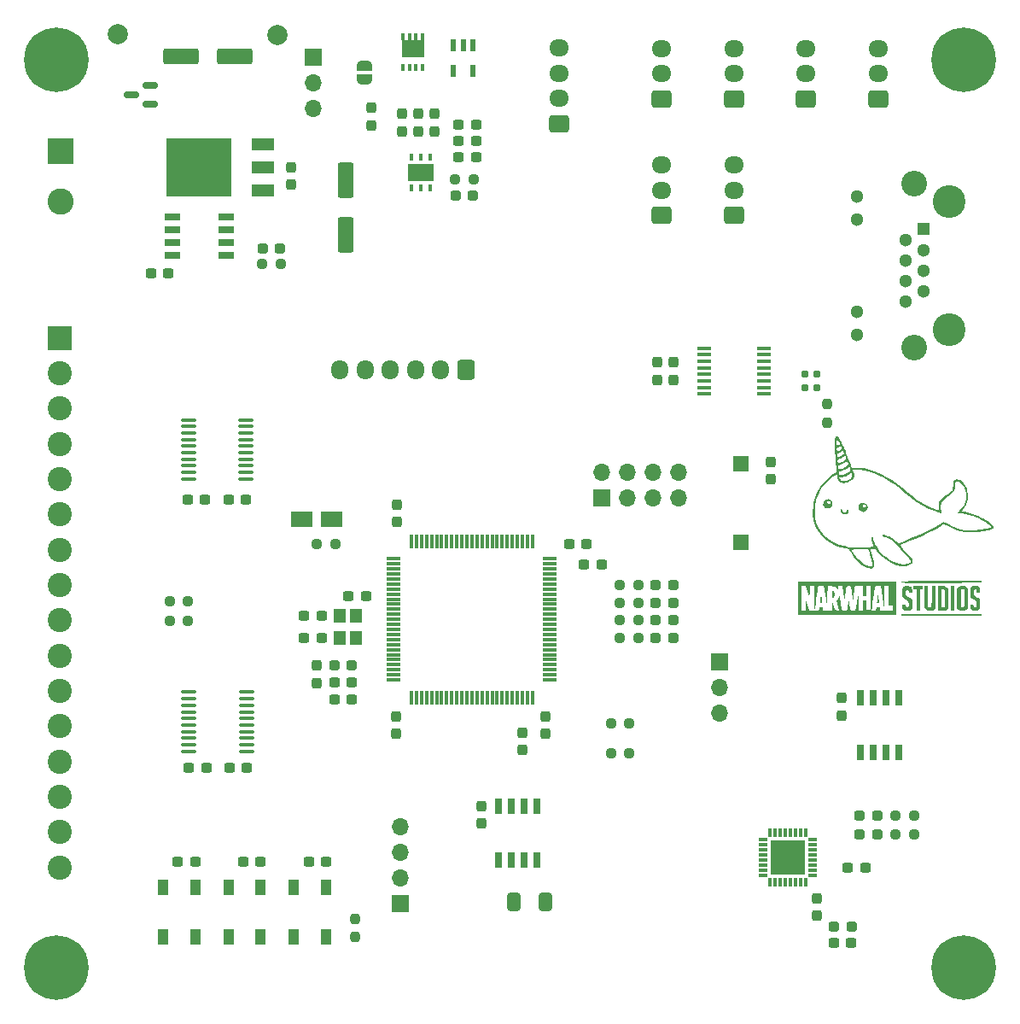
<source format=gbr>
%TF.GenerationSoftware,KiCad,Pcbnew,(6.0.0)*%
%TF.CreationDate,2022-01-23T23:40:48+07:00*%
%TF.ProjectId,NarwhelMainV2,4e617277-6865-46c4-9d61-696e56322e6b,rev?*%
%TF.SameCoordinates,Original*%
%TF.FileFunction,Soldermask,Top*%
%TF.FilePolarity,Negative*%
%FSLAX46Y46*%
G04 Gerber Fmt 4.6, Leading zero omitted, Abs format (unit mm)*
G04 Created by KiCad (PCBNEW (6.0.0)) date 2022-01-23 23:40:48*
%MOMM*%
%LPD*%
G01*
G04 APERTURE LIST*
G04 Aperture macros list*
%AMRoundRect*
0 Rectangle with rounded corners*
0 $1 Rounding radius*
0 $2 $3 $4 $5 $6 $7 $8 $9 X,Y pos of 4 corners*
0 Add a 4 corners polygon primitive as box body*
4,1,4,$2,$3,$4,$5,$6,$7,$8,$9,$2,$3,0*
0 Add four circle primitives for the rounded corners*
1,1,$1+$1,$2,$3*
1,1,$1+$1,$4,$5*
1,1,$1+$1,$6,$7*
1,1,$1+$1,$8,$9*
0 Add four rect primitives between the rounded corners*
20,1,$1+$1,$2,$3,$4,$5,0*
20,1,$1+$1,$4,$5,$6,$7,0*
20,1,$1+$1,$6,$7,$8,$9,0*
20,1,$1+$1,$8,$9,$2,$3,0*%
%AMFreePoly0*
4,1,22,0.500000,-0.750000,0.000000,-0.750000,0.000000,-0.745033,-0.079941,-0.743568,-0.215256,-0.701293,-0.333266,-0.622738,-0.424486,-0.514219,-0.481581,-0.384460,-0.499164,-0.250000,-0.500000,-0.250000,-0.500000,0.250000,-0.499164,0.250000,-0.499963,0.256109,-0.478152,0.396186,-0.417904,0.524511,-0.324060,0.630769,-0.204165,0.706417,-0.067858,0.745374,0.000000,0.744959,0.000000,0.750000,
0.500000,0.750000,0.500000,-0.750000,0.500000,-0.750000,$1*%
%AMFreePoly1*
4,1,20,0.000000,0.744959,0.073905,0.744508,0.209726,0.703889,0.328688,0.626782,0.421226,0.519385,0.479903,0.390333,0.500000,0.250000,0.500000,-0.250000,0.499851,-0.262216,0.476331,-0.402017,0.414519,-0.529596,0.319384,-0.634700,0.198574,-0.708877,0.061801,-0.746166,0.000000,-0.745033,0.000000,-0.750000,-0.500000,-0.750000,-0.500000,0.750000,0.000000,0.750000,0.000000,0.744959,
0.000000,0.744959,$1*%
%AMFreePoly2*
4,1,6,1.000000,0.000000,0.500000,-0.750000,-0.500000,-0.750000,-0.500000,0.750000,0.500000,0.750000,1.000000,0.000000,1.000000,0.000000,$1*%
G04 Aperture macros list end*
%ADD10RoundRect,0.237500X-0.237500X0.300000X-0.237500X-0.300000X0.237500X-0.300000X0.237500X0.300000X0*%
%ADD11RoundRect,0.237500X-0.300000X-0.237500X0.300000X-0.237500X0.300000X0.237500X-0.300000X0.237500X0*%
%ADD12RoundRect,0.237500X-0.250000X-0.237500X0.250000X-0.237500X0.250000X0.237500X-0.250000X0.237500X0*%
%ADD13RoundRect,0.250000X0.725000X-0.600000X0.725000X0.600000X-0.725000X0.600000X-0.725000X-0.600000X0*%
%ADD14O,1.950000X1.700000*%
%ADD15RoundRect,0.237500X0.250000X0.237500X-0.250000X0.237500X-0.250000X-0.237500X0.250000X-0.237500X0*%
%ADD16RoundRect,0.237500X0.300000X0.237500X-0.300000X0.237500X-0.300000X-0.237500X0.300000X-0.237500X0*%
%ADD17RoundRect,0.160000X-0.197500X-0.160000X0.197500X-0.160000X0.197500X0.160000X-0.197500X0.160000X0*%
%ADD18R,1.700000X1.700000*%
%ADD19O,1.700000X1.700000*%
%ADD20R,0.650000X1.500000*%
%ADD21C,0.800000*%
%ADD22C,6.400000*%
%ADD23R,2.400000X2.400000*%
%ADD24C,2.400000*%
%ADD25R,2.600000X2.600000*%
%ADD26C,2.600000*%
%ADD27RoundRect,0.237500X-0.287500X-0.237500X0.287500X-0.237500X0.287500X0.237500X-0.287500X0.237500X0*%
%ADD28RoundRect,0.237500X0.237500X-0.300000X0.237500X0.300000X-0.237500X0.300000X-0.237500X-0.300000X0*%
%ADD29R,1.200000X1.400000*%
%ADD30RoundRect,0.250000X1.500000X0.550000X-1.500000X0.550000X-1.500000X-0.550000X1.500000X-0.550000X0*%
%ADD31R,0.850000X0.300000*%
%ADD32R,0.300000X0.850000*%
%ADD33R,3.400000X3.400000*%
%ADD34C,3.250000*%
%ADD35R,1.300000X1.300000*%
%ADD36C,1.300000*%
%ADD37C,2.550000*%
%ADD38RoundRect,0.237500X0.287500X0.237500X-0.287500X0.237500X-0.287500X-0.237500X0.287500X-0.237500X0*%
%ADD39R,1.500000X0.650000*%
%ADD40R,0.600000X1.200000*%
%ADD41RoundRect,0.250000X0.600000X0.725000X-0.600000X0.725000X-0.600000X-0.725000X0.600000X-0.725000X0*%
%ADD42O,1.700000X1.950000*%
%ADD43FreePoly0,270.000000*%
%ADD44FreePoly1,270.000000*%
%ADD45C,2.000000*%
%ADD46R,0.300000X0.800000*%
%ADD47R,2.500000X1.750000*%
%ADD48R,1.000000X1.500000*%
%ADD49R,1.500000X1.500000*%
%ADD50FreePoly2,0.000000*%
%ADD51FreePoly2,180.000000*%
%ADD52RoundRect,0.100000X0.637500X0.100000X-0.637500X0.100000X-0.637500X-0.100000X0.637500X-0.100000X0*%
%ADD53R,0.340000X0.800000*%
%ADD54R,0.340000X0.650000*%
%ADD55R,2.290000X1.710000*%
%ADD56R,1.475000X0.450000*%
%ADD57RoundRect,0.250000X-0.412500X-0.650000X0.412500X-0.650000X0.412500X0.650000X-0.412500X0.650000X0*%
%ADD58RoundRect,0.237500X0.237500X-0.250000X0.237500X0.250000X-0.237500X0.250000X-0.237500X-0.250000X0*%
%ADD59RoundRect,0.237500X-0.237500X0.250000X-0.237500X-0.250000X0.237500X-0.250000X0.237500X0.250000X0*%
%ADD60R,1.475000X0.300000*%
%ADD61R,0.300000X1.475000*%
%ADD62RoundRect,0.237500X-0.237500X0.287500X-0.237500X-0.287500X0.237500X-0.287500X0.237500X0.287500X0*%
%ADD63RoundRect,0.250000X-0.550000X1.500000X-0.550000X-1.500000X0.550000X-1.500000X0.550000X1.500000X0*%
%ADD64R,2.200000X1.200000*%
%ADD65R,6.400000X5.800000*%
%ADD66RoundRect,0.150000X0.587500X0.150000X-0.587500X0.150000X-0.587500X-0.150000X0.587500X-0.150000X0*%
G04 APERTURE END LIST*
%TO.C,G\u002A\u002A\u002A*%
G36*
X196753755Y-101884848D02*
G01*
X192771140Y-101892918D01*
X192180504Y-101894051D01*
X191650252Y-101894908D01*
X191177190Y-101895457D01*
X190758123Y-101895666D01*
X190389855Y-101895504D01*
X190069192Y-101894939D01*
X189792940Y-101893939D01*
X189557903Y-101892472D01*
X189360887Y-101890508D01*
X189198697Y-101888013D01*
X189068138Y-101884957D01*
X188966015Y-101881307D01*
X188889134Y-101877032D01*
X188834299Y-101872100D01*
X188798317Y-101866480D01*
X188777992Y-101860139D01*
X188770179Y-101853181D01*
X188764273Y-101781320D01*
X188770132Y-101757689D01*
X188778310Y-101750623D01*
X188799259Y-101744279D01*
X188836163Y-101738619D01*
X188892209Y-101733605D01*
X188970581Y-101729199D01*
X189074466Y-101725365D01*
X189207047Y-101722062D01*
X189371512Y-101719255D01*
X189571044Y-101716904D01*
X189808831Y-101714973D01*
X190088056Y-101713422D01*
X190411905Y-101712215D01*
X190783565Y-101711314D01*
X191206219Y-101710680D01*
X191683054Y-101710275D01*
X192217255Y-101710063D01*
X192781151Y-101710004D01*
X196773873Y-101710004D01*
X196753755Y-101884848D01*
G37*
G36*
X186490640Y-102982684D02*
G01*
X186502286Y-103059256D01*
X186517045Y-103174219D01*
X186530505Y-103290699D01*
X186548100Y-103445596D01*
X186565303Y-103589557D01*
X186579736Y-103703032D01*
X186586707Y-103752495D01*
X186605060Y-103871706D01*
X186367186Y-103871706D01*
X186386551Y-103736600D01*
X186398550Y-103645078D01*
X186414567Y-103512400D01*
X186431975Y-103360640D01*
X186440475Y-103283615D01*
X186455809Y-103149295D01*
X186469530Y-103041202D01*
X186479801Y-102973188D01*
X186483846Y-102956926D01*
X186490640Y-102982684D01*
G37*
G36*
X181183656Y-93717209D02*
G01*
X181247635Y-93662229D01*
X181399782Y-93597067D01*
X181543804Y-93589140D01*
X181683003Y-93631067D01*
X181818984Y-93721056D01*
X181909474Y-93842185D01*
X181954324Y-93981770D01*
X181953386Y-94127127D01*
X181906513Y-94265572D01*
X181813557Y-94384422D01*
X181692710Y-94463094D01*
X181570969Y-94509837D01*
X181473188Y-94519876D01*
X181371154Y-94492843D01*
X181294592Y-94457903D01*
X181171098Y-94366700D01*
X181080610Y-94240635D01*
X181036154Y-94099574D01*
X181033730Y-94059981D01*
X181054995Y-93945759D01*
X181071280Y-93909114D01*
X181450157Y-93909114D01*
X181481950Y-93999951D01*
X181499608Y-94022332D01*
X181580343Y-94074218D01*
X181667892Y-94064187D01*
X181733104Y-94016888D01*
X181780044Y-93956655D01*
X181796683Y-93912697D01*
X181770912Y-93835181D01*
X181709139Y-93766734D01*
X181634672Y-93731671D01*
X181622308Y-93730780D01*
X181527890Y-93756578D01*
X181467988Y-93822006D01*
X181450157Y-93909114D01*
X181071280Y-93909114D01*
X181109578Y-93822934D01*
X181183656Y-93717209D01*
G37*
G36*
X191428974Y-103216479D02*
G01*
X191429546Y-103516738D01*
X191431393Y-103758587D01*
X191434707Y-103947186D01*
X191439684Y-104087693D01*
X191446517Y-104185270D01*
X191455399Y-104245075D01*
X191466524Y-104272270D01*
X191468711Y-104274057D01*
X191534563Y-104294197D01*
X191625700Y-104300379D01*
X191714665Y-104293157D01*
X191774004Y-104273089D01*
X191779752Y-104267763D01*
X191787507Y-104227803D01*
X191794989Y-104131649D01*
X191801928Y-103986688D01*
X191808057Y-103800304D01*
X191813107Y-103579884D01*
X191816809Y-103332813D01*
X191817944Y-103217306D01*
X191826345Y-102202745D01*
X192176033Y-102202745D01*
X192185553Y-103140542D01*
X192188287Y-103457065D01*
X192189056Y-103716546D01*
X192187282Y-103925510D01*
X192182390Y-104090479D01*
X192173802Y-104217978D01*
X192160942Y-104314530D01*
X192143233Y-104386658D01*
X192120099Y-104440886D01*
X192090964Y-104483737D01*
X192064251Y-104512910D01*
X191979314Y-104576010D01*
X191896725Y-104602769D01*
X191892370Y-104602870D01*
X191831476Y-104613996D01*
X191810451Y-104636294D01*
X191782479Y-104652799D01*
X191712714Y-104661283D01*
X191622379Y-104662154D01*
X191532699Y-104655823D01*
X191464897Y-104642700D01*
X191441468Y-104629158D01*
X191399494Y-104606406D01*
X191369466Y-104602870D01*
X191307837Y-104577383D01*
X191232656Y-104511621D01*
X191159868Y-104421629D01*
X191116763Y-104348552D01*
X191105247Y-104306283D01*
X191096393Y-104228774D01*
X191090067Y-104111079D01*
X191086135Y-103948254D01*
X191084461Y-103735353D01*
X191084912Y-103467433D01*
X191086491Y-103235912D01*
X191095181Y-102202745D01*
X191262078Y-102193136D01*
X191428974Y-102183528D01*
X191428974Y-103216479D01*
G37*
G36*
X196753755Y-105159191D02*
G01*
X192771140Y-105167261D01*
X192178354Y-105168389D01*
X191645998Y-105169224D01*
X191170922Y-105169736D01*
X190749977Y-105169896D01*
X190380014Y-105169672D01*
X190057884Y-105169037D01*
X189780436Y-105167959D01*
X189544523Y-105166409D01*
X189346994Y-105164357D01*
X189184700Y-105161774D01*
X189054493Y-105158629D01*
X188953222Y-105154893D01*
X188877738Y-105150536D01*
X188824893Y-105145527D01*
X188791536Y-105139838D01*
X188774519Y-105133439D01*
X188770892Y-105129381D01*
X188761203Y-105058679D01*
X188764330Y-105025941D01*
X188767946Y-105017494D01*
X188777551Y-105009916D01*
X188796422Y-105003159D01*
X188827836Y-104997179D01*
X188875070Y-104991926D01*
X188941399Y-104987354D01*
X189030101Y-104983415D01*
X189144452Y-104980064D01*
X189287730Y-104977252D01*
X189463210Y-104974933D01*
X189674170Y-104973059D01*
X189923887Y-104971584D01*
X190215636Y-104970460D01*
X190552694Y-104969640D01*
X190938339Y-104969077D01*
X191375847Y-104968724D01*
X191868495Y-104968535D01*
X192419559Y-104968461D01*
X192764578Y-104968452D01*
X196753755Y-104968452D01*
X196753755Y-105159191D01*
G37*
G36*
X188281790Y-101773584D02*
G01*
X188281790Y-105079716D01*
X178554130Y-105079716D01*
X178554130Y-104602870D01*
X178903817Y-104602870D01*
X179315547Y-104602870D01*
X179332979Y-103537914D01*
X179507822Y-104070290D01*
X179682666Y-104602665D01*
X179913141Y-104602768D01*
X180143617Y-104602870D01*
X180187745Y-104602870D01*
X180617582Y-104602870D01*
X180637034Y-104483659D01*
X180651513Y-104392354D01*
X180661721Y-104323475D01*
X180662615Y-104316763D01*
X180690057Y-104284188D01*
X180767620Y-104265148D01*
X180831237Y-104259612D01*
X180931753Y-104260177D01*
X180992144Y-104284244D01*
X181022428Y-104343709D01*
X181032625Y-104450468D01*
X181033296Y-104499554D01*
X181033730Y-104602870D01*
X181921885Y-104602870D01*
X181930811Y-104213446D01*
X181937140Y-104045731D01*
X181947045Y-103921279D01*
X181959759Y-103847325D01*
X181971527Y-103829396D01*
X181991272Y-103860473D01*
X182021851Y-103941265D01*
X182059164Y-104059688D01*
X182099110Y-104203657D01*
X182100989Y-104210873D01*
X182198661Y-104586975D01*
X182647947Y-104605513D01*
X182573655Y-104341926D01*
X182529550Y-104188105D01*
X182482357Y-104027681D01*
X182441551Y-103892817D01*
X182437827Y-103880820D01*
X182376291Y-103683300D01*
X182453078Y-103579222D01*
X182522347Y-103456053D01*
X182580858Y-103300100D01*
X182618278Y-103142158D01*
X182626204Y-103063246D01*
X182631856Y-103065447D01*
X182646163Y-103123253D01*
X182667725Y-103229489D01*
X182695140Y-103376978D01*
X182727010Y-103558548D01*
X182752989Y-103712758D01*
X182788669Y-103926826D01*
X182821762Y-104123048D01*
X182850595Y-104291683D01*
X182873495Y-104422993D01*
X182888787Y-104507238D01*
X182893661Y-104531343D01*
X182906754Y-104567141D01*
X182934419Y-104588478D01*
X182990564Y-104599059D01*
X183089097Y-104602590D01*
X183162105Y-104602870D01*
X183261189Y-104603976D01*
X183332873Y-104601429D01*
X183382952Y-104586437D01*
X183417220Y-104550206D01*
X183441471Y-104483942D01*
X183461498Y-104378852D01*
X183483096Y-104226142D01*
X183502177Y-104086734D01*
X183524652Y-103937824D01*
X183546079Y-103817242D01*
X183564274Y-103735881D01*
X183577052Y-103704632D01*
X183578685Y-103705257D01*
X183590538Y-103744046D01*
X183608469Y-103833025D01*
X183630137Y-103959364D01*
X183653201Y-104110234D01*
X183655472Y-104126024D01*
X183678284Y-104280495D01*
X183699286Y-104413588D01*
X183716251Y-104511799D01*
X183726955Y-104561624D01*
X183727481Y-104563133D01*
X183765790Y-104586327D01*
X183861113Y-104599384D01*
X183991434Y-104602870D01*
X184119793Y-104600745D01*
X184197936Y-104592511D01*
X184239139Y-104575382D01*
X184256486Y-104547238D01*
X184266870Y-104497961D01*
X184285004Y-104397896D01*
X184308808Y-104259070D01*
X184336204Y-104093512D01*
X184354041Y-103982970D01*
X184401484Y-103684341D01*
X184439192Y-103446952D01*
X184468295Y-103269396D01*
X184489926Y-103150269D01*
X184505213Y-103088166D01*
X184515289Y-103081682D01*
X184521284Y-103129412D01*
X184524327Y-103229950D01*
X184525551Y-103381892D01*
X184526086Y-103583833D01*
X184526720Y-103768390D01*
X184530601Y-104602870D01*
X185007447Y-104602870D01*
X185007447Y-103617388D01*
X185166395Y-103617388D01*
X185275292Y-103625150D01*
X185324683Y-103648129D01*
X185327592Y-103657126D01*
X185328797Y-103702018D01*
X185330552Y-103797719D01*
X185332645Y-103931460D01*
X185334869Y-104090475D01*
X185335539Y-104141919D01*
X185341239Y-104586975D01*
X185555820Y-104596375D01*
X185770400Y-104605775D01*
X185770400Y-104568900D01*
X185844370Y-104568900D01*
X185859286Y-104590302D01*
X185907232Y-104600081D01*
X186001021Y-104602767D01*
X186051929Y-104602870D01*
X186271089Y-104602870D01*
X186290957Y-104503527D01*
X186305575Y-104405399D01*
X186310826Y-104327022D01*
X186315332Y-104282375D01*
X186339425Y-104260834D01*
X186398968Y-104255971D01*
X186477559Y-104259469D01*
X186644292Y-104269078D01*
X186697152Y-104602870D01*
X187935008Y-104602870D01*
X187925608Y-104388290D01*
X187916208Y-104173709D01*
X187550626Y-104154641D01*
X187550626Y-102218640D01*
X187137359Y-102218640D01*
X187137359Y-103305849D01*
X187136620Y-103559977D01*
X187134519Y-103791298D01*
X187131231Y-103992800D01*
X187126932Y-104157475D01*
X187121798Y-104278311D01*
X187116004Y-104348298D01*
X187110909Y-104362858D01*
X187099938Y-104324876D01*
X187081607Y-104231900D01*
X187057237Y-104091915D01*
X187028151Y-103912912D01*
X186995672Y-103702879D01*
X186961121Y-103469802D01*
X186948026Y-103378965D01*
X186913091Y-103135066D01*
X186880386Y-102907311D01*
X186851181Y-102704498D01*
X186826746Y-102535426D01*
X186808350Y-102408895D01*
X186797264Y-102333703D01*
X186795473Y-102321957D01*
X186779353Y-102218640D01*
X186481510Y-102218640D01*
X186352713Y-102220151D01*
X186251947Y-102224209D01*
X186193114Y-102230102D01*
X186183667Y-102233912D01*
X186179223Y-102272130D01*
X186166738Y-102364519D01*
X186147478Y-102502355D01*
X186122713Y-102676917D01*
X186093710Y-102879479D01*
X186061738Y-103101320D01*
X186028065Y-103333717D01*
X185993959Y-103567945D01*
X185960687Y-103795282D01*
X185929519Y-104007005D01*
X185901723Y-104194390D01*
X185878565Y-104348715D01*
X185861316Y-104461255D01*
X185851242Y-104523289D01*
X185849673Y-104531343D01*
X185844370Y-104568900D01*
X185770400Y-104568900D01*
X185770400Y-102218640D01*
X185357134Y-102218640D01*
X185357134Y-103172332D01*
X185007447Y-103172332D01*
X185007447Y-102218640D01*
X184188861Y-102218640D01*
X184171465Y-102306062D01*
X184162167Y-102364749D01*
X184146877Y-102474831D01*
X184127143Y-102624571D01*
X184104514Y-102802233D01*
X184081484Y-102988306D01*
X184058377Y-103173527D01*
X184037358Y-103334272D01*
X184019754Y-103461001D01*
X184006892Y-103544171D01*
X184000103Y-103574238D01*
X183999941Y-103574171D01*
X183993032Y-103541369D01*
X183979209Y-103455530D01*
X183959963Y-103326638D01*
X183936786Y-103164677D01*
X183911166Y-102979631D01*
X183911128Y-102979348D01*
X183879097Y-102740522D01*
X183854207Y-102557180D01*
X183833271Y-102422068D01*
X183813103Y-102327936D01*
X183790517Y-102267531D01*
X183762327Y-102233600D01*
X183725347Y-102218893D01*
X183676390Y-102216157D01*
X183612271Y-102218140D01*
X183576909Y-102218640D01*
X183501599Y-102217018D01*
X183444552Y-102217256D01*
X183402199Y-102227015D01*
X183370968Y-102253954D01*
X183347291Y-102305731D01*
X183327595Y-102390006D01*
X183308310Y-102514439D01*
X183285868Y-102686687D01*
X183258300Y-102902119D01*
X183234483Y-103080896D01*
X183211991Y-103242543D01*
X183192681Y-103374241D01*
X183178409Y-103463172D01*
X183173142Y-103490229D01*
X183162595Y-103490091D01*
X183146172Y-103432004D01*
X183124923Y-103321220D01*
X183099897Y-103162991D01*
X183081027Y-103029278D01*
X183055308Y-102839996D01*
X183031108Y-102662728D01*
X183010328Y-102511345D01*
X182994870Y-102399716D01*
X182988391Y-102353746D01*
X182969008Y-102218640D01*
X182520771Y-102218640D01*
X182539352Y-102321957D01*
X182556034Y-102421197D01*
X182574347Y-102539130D01*
X182578640Y-102568327D01*
X182599347Y-102711381D01*
X182507519Y-102538864D01*
X182427504Y-102412487D01*
X182335553Y-102322707D01*
X182219911Y-102264144D01*
X182068822Y-102231417D01*
X181870532Y-102219145D01*
X181807996Y-102218640D01*
X181479621Y-102218640D01*
X181471256Y-103307439D01*
X181468825Y-103596567D01*
X181466290Y-103826713D01*
X181463408Y-104002472D01*
X181459935Y-104128443D01*
X181455628Y-104209220D01*
X181450244Y-104249401D01*
X181443541Y-104253583D01*
X181435274Y-104226361D01*
X181425432Y-104173709D01*
X181412390Y-104093401D01*
X181392502Y-103967333D01*
X181367192Y-103804855D01*
X181337889Y-103615316D01*
X181306019Y-103408065D01*
X181273008Y-103192451D01*
X181240283Y-102977823D01*
X181209270Y-102773532D01*
X181181398Y-102588925D01*
X181158091Y-102433354D01*
X181140777Y-102316165D01*
X181130882Y-102246710D01*
X181129099Y-102231748D01*
X181099678Y-102225969D01*
X181020881Y-102221492D01*
X180906909Y-102218967D01*
X180843597Y-102218640D01*
X180707688Y-102219631D01*
X180622429Y-102224649D01*
X180574897Y-102236762D01*
X180552169Y-102259037D01*
X180542273Y-102290167D01*
X180531898Y-102346822D01*
X180514405Y-102452653D01*
X180491995Y-102593940D01*
X180466873Y-102756967D01*
X180459334Y-102806750D01*
X180432802Y-102982558D01*
X180399636Y-103202137D01*
X180362722Y-103446393D01*
X180324944Y-103696234D01*
X180289980Y-103927338D01*
X180187745Y-104602870D01*
X180143617Y-104602870D01*
X180143617Y-102218640D01*
X179698561Y-102218640D01*
X179697594Y-102798803D01*
X179696012Y-102978933D01*
X179692192Y-103131158D01*
X179686569Y-103246579D01*
X179679578Y-103316298D01*
X179671653Y-103331417D01*
X179671580Y-103331281D01*
X179654702Y-103286199D01*
X179623574Y-103191043D01*
X179581641Y-103056805D01*
X179532349Y-102894479D01*
X179489756Y-102751185D01*
X179332979Y-102218774D01*
X178903817Y-102218640D01*
X178903817Y-104602870D01*
X178554130Y-104602870D01*
X178554130Y-101773584D01*
X188281790Y-101773584D01*
G37*
G36*
X192420569Y-103845784D02*
G01*
X192421127Y-103541754D01*
X192422012Y-103391132D01*
X192430350Y-102202745D01*
X192734496Y-102193717D01*
X192941179Y-102194337D01*
X193098429Y-102212716D01*
X193218839Y-102252648D01*
X193315003Y-102317927D01*
X193380964Y-102388487D01*
X193479412Y-102510649D01*
X193479412Y-104405953D01*
X193376384Y-104504412D01*
X193299780Y-104564993D01*
X193230320Y-104599684D01*
X193211364Y-104602870D01*
X193149795Y-104618270D01*
X193128615Y-104636456D01*
X193088153Y-104651923D01*
X193001281Y-104660912D01*
X192884783Y-104663901D01*
X192755447Y-104661373D01*
X192630059Y-104653807D01*
X192525404Y-104641683D01*
X192458269Y-104625481D01*
X192444687Y-104616887D01*
X192436505Y-104574925D01*
X192429933Y-104473118D01*
X192425041Y-104315181D01*
X192424529Y-104280945D01*
X192764143Y-104280945D01*
X192867459Y-104294304D01*
X192936179Y-104304421D01*
X192989771Y-104310363D01*
X193030178Y-104305364D01*
X193059343Y-104282656D01*
X193079212Y-104235472D01*
X193091727Y-104157043D01*
X193098833Y-104040602D01*
X193102473Y-103879382D01*
X193104591Y-103666615D01*
X193106418Y-103462343D01*
X193108255Y-103176678D01*
X193107279Y-102950988D01*
X193103380Y-102781726D01*
X193096446Y-102665344D01*
X193086365Y-102598295D01*
X193078683Y-102580177D01*
X193024329Y-102552104D01*
X192932628Y-102537388D01*
X192903304Y-102536537D01*
X192764143Y-102536537D01*
X192764143Y-104280945D01*
X192424529Y-104280945D01*
X192421897Y-104104832D01*
X192420569Y-103845784D01*
G37*
G36*
X189662771Y-102231245D02*
G01*
X189777998Y-102309407D01*
X189847122Y-102429892D01*
X189871233Y-102593457D01*
X189871277Y-102601804D01*
X189868968Y-102733746D01*
X189856534Y-102813559D01*
X189825717Y-102852663D01*
X189768256Y-102862483D01*
X189687611Y-102855799D01*
X189596578Y-102842326D01*
X189550882Y-102819832D01*
X189532509Y-102773922D01*
X189526940Y-102727403D01*
X189510728Y-102640558D01*
X189485531Y-102579295D01*
X189483310Y-102576402D01*
X189418011Y-102540503D01*
X189338140Y-102545163D01*
X189275227Y-102587210D01*
X189268390Y-102598027D01*
X189248010Y-102670738D01*
X189237710Y-102778761D01*
X189237196Y-102899965D01*
X189246174Y-103012221D01*
X189264353Y-103093397D01*
X189275219Y-103113602D01*
X189322628Y-103153314D01*
X189407708Y-103209424D01*
X189505695Y-103266230D01*
X189619327Y-103333271D01*
X189722727Y-103403031D01*
X189783855Y-103451990D01*
X189818520Y-103486184D01*
X189842544Y-103520393D01*
X189857877Y-103566299D01*
X189866471Y-103635587D01*
X189870277Y-103739939D01*
X189871246Y-103891040D01*
X189871277Y-103975468D01*
X189871277Y-104417023D01*
X189778353Y-104509946D01*
X189705184Y-104569120D01*
X189638451Y-104601056D01*
X189624702Y-104602870D01*
X189562090Y-104613904D01*
X189540688Y-104626158D01*
X189494450Y-104642971D01*
X189413753Y-104651901D01*
X189323707Y-104652610D01*
X189249417Y-104644757D01*
X189217037Y-104630533D01*
X189174393Y-104606927D01*
X189141530Y-104602870D01*
X189086892Y-104580264D01*
X189015750Y-104523049D01*
X188982896Y-104488722D01*
X188922114Y-104410867D01*
X188894603Y-104340813D01*
X188890374Y-104247937D01*
X188892181Y-104210562D01*
X188901690Y-104046550D01*
X189056466Y-104046550D01*
X189150358Y-104049561D01*
X189201449Y-104066578D01*
X189230487Y-104109574D01*
X189247205Y-104156637D01*
X189287385Y-104238666D01*
X189351189Y-104278870D01*
X189384758Y-104287375D01*
X189444799Y-104295163D01*
X189484176Y-104282643D01*
X189507202Y-104239788D01*
X189518195Y-104156570D01*
X189521468Y-104022962D01*
X189521589Y-103969403D01*
X189519461Y-103840514D01*
X189506326Y-103750965D01*
X189472061Y-103685565D01*
X189406545Y-103629121D01*
X189299653Y-103566441D01*
X189227456Y-103527977D01*
X189116343Y-103460949D01*
X189017358Y-103387131D01*
X188965191Y-103336986D01*
X188931654Y-103293407D01*
X188909175Y-103248387D01*
X188895552Y-103188603D01*
X188888586Y-103100732D01*
X188886078Y-102971455D01*
X188885795Y-102856214D01*
X188889791Y-102641432D01*
X188905347Y-102481215D01*
X188937815Y-102366851D01*
X188992547Y-102289629D01*
X189074895Y-102240838D01*
X189190211Y-102211768D01*
X189289649Y-102198874D01*
X189500351Y-102194652D01*
X189662771Y-102231245D01*
G37*
G36*
X182909700Y-94603347D02*
G01*
X182939204Y-94673075D01*
X182941114Y-94699333D01*
X182968894Y-94789814D01*
X183044689Y-94849539D01*
X183157177Y-94870597D01*
X183184366Y-94869368D01*
X183272725Y-94852623D01*
X183325563Y-94809229D01*
X183354380Y-94757063D01*
X183414308Y-94663911D01*
X183477558Y-94632758D01*
X183533253Y-94656027D01*
X183569099Y-94721025D01*
X183559046Y-94805098D01*
X183512606Y-94896146D01*
X183439292Y-94982071D01*
X183348618Y-95050775D01*
X183250097Y-95090157D01*
X183188505Y-95094485D01*
X183131433Y-95085353D01*
X183046538Y-95067412D01*
X183036940Y-95065178D01*
X182929089Y-95017251D01*
X182840165Y-94936978D01*
X182777291Y-94838552D01*
X182747586Y-94736163D01*
X182758171Y-94644003D01*
X182798060Y-94589103D01*
X182857180Y-94571140D01*
X182909700Y-94603347D01*
G37*
G36*
X190936233Y-102520643D02*
G01*
X190801126Y-102530418D01*
X190666020Y-102540193D01*
X190666020Y-103569656D01*
X190665444Y-103869425D01*
X190663588Y-104110791D01*
X190660256Y-104298918D01*
X190655254Y-104438974D01*
X190648387Y-104536124D01*
X190639460Y-104595533D01*
X190628278Y-104622369D01*
X190626283Y-104623976D01*
X190570846Y-104641709D01*
X190482016Y-104655112D01*
X190454719Y-104657326D01*
X190359450Y-104655091D01*
X190311529Y-104630059D01*
X190303718Y-104615850D01*
X190299027Y-104572760D01*
X190294751Y-104474136D01*
X190291036Y-104328019D01*
X190288027Y-104142454D01*
X190285868Y-103925485D01*
X190284706Y-103685154D01*
X190284543Y-103552951D01*
X190284543Y-102540021D01*
X189982541Y-102520643D01*
X189982541Y-102202745D01*
X190936233Y-102202745D01*
X190936233Y-102520643D01*
G37*
G36*
X194302313Y-104057173D02*
G01*
X194295638Y-103867278D01*
X194291084Y-103655991D01*
X194288717Y-103433852D01*
X194288606Y-103211401D01*
X194290820Y-102999178D01*
X194295426Y-102807723D01*
X194302491Y-102647576D01*
X194312085Y-102529278D01*
X194321969Y-102470597D01*
X194367070Y-102357392D01*
X194435901Y-102280131D01*
X194540114Y-102231467D01*
X194691359Y-102204055D01*
X194753677Y-102198413D01*
X194962826Y-102192382D01*
X195122425Y-102212058D01*
X195242227Y-102260229D01*
X195331987Y-102339684D01*
X195354623Y-102370195D01*
X195434481Y-102487717D01*
X195434481Y-104381465D01*
X195320487Y-104492168D01*
X195242542Y-104556957D01*
X195172959Y-104596811D01*
X195147520Y-104602870D01*
X195087498Y-104618564D01*
X195068347Y-104635552D01*
X195030050Y-104651451D01*
X194953130Y-104660148D01*
X194858207Y-104661936D01*
X194765902Y-104657108D01*
X194696836Y-104645958D01*
X194671527Y-104629902D01*
X194644522Y-104608883D01*
X194599126Y-104602870D01*
X194491155Y-104573318D01*
X194395199Y-104493312D01*
X194334377Y-104393103D01*
X194321750Y-104330626D01*
X194316042Y-104269078D01*
X194687422Y-104269078D01*
X194798686Y-104285757D01*
X194868622Y-104297535D01*
X194923445Y-104305055D01*
X194964982Y-104301716D01*
X194995058Y-104280919D01*
X195015500Y-104236064D01*
X195028134Y-104160550D01*
X195034786Y-104047778D01*
X195037282Y-103891148D01*
X195037447Y-103684060D01*
X195037109Y-103424015D01*
X195037109Y-102552432D01*
X194687422Y-102552432D01*
X194687422Y-104269078D01*
X194316042Y-104269078D01*
X194311039Y-104215136D01*
X194302313Y-104057173D01*
G37*
G36*
X196210956Y-102191072D02*
G01*
X196361556Y-102222268D01*
X196486853Y-102283337D01*
X196540550Y-102331612D01*
X196580663Y-102387540D01*
X196601175Y-102450182D01*
X196606631Y-102540675D01*
X196604129Y-102627331D01*
X196594806Y-102838540D01*
X196460183Y-102856508D01*
X196350041Y-102860195D01*
X196287507Y-102830199D01*
X196262651Y-102759888D01*
X196261014Y-102723518D01*
X196249807Y-102614464D01*
X196211490Y-102555561D01*
X196139015Y-102536630D01*
X196131572Y-102536537D01*
X196044140Y-102559442D01*
X196007814Y-102598027D01*
X195987435Y-102670738D01*
X195977134Y-102778761D01*
X195976620Y-102899965D01*
X195985598Y-103012221D01*
X196003777Y-103093397D01*
X196014643Y-103113602D01*
X196062052Y-103153314D01*
X196147132Y-103209424D01*
X196245119Y-103266230D01*
X196358751Y-103333271D01*
X196462151Y-103403031D01*
X196523279Y-103451990D01*
X196557944Y-103486184D01*
X196581968Y-103520393D01*
X196597301Y-103566299D01*
X196605896Y-103635587D01*
X196609701Y-103739939D01*
X196610670Y-103891040D01*
X196610701Y-103975468D01*
X196610701Y-104417023D01*
X196517777Y-104509946D01*
X196443666Y-104569218D01*
X196374896Y-104601108D01*
X196360704Y-104602870D01*
X196298794Y-104616992D01*
X196276834Y-104634781D01*
X196236251Y-104651398D01*
X196158292Y-104658139D01*
X196068288Y-104655637D01*
X195991566Y-104644527D01*
X195954138Y-104626713D01*
X195913585Y-104606109D01*
X195883608Y-104602870D01*
X195827693Y-104581153D01*
X195756457Y-104526985D01*
X195735222Y-104506185D01*
X195680154Y-104439271D01*
X195652171Y-104370463D01*
X195642521Y-104273681D01*
X195641853Y-104228025D01*
X195641114Y-104046550D01*
X195797194Y-104046550D01*
X195890912Y-104048993D01*
X195941449Y-104065342D01*
X195969200Y-104109127D01*
X195988902Y-104173709D01*
X196018175Y-104256218D01*
X196056297Y-104294170D01*
X196121916Y-104305828D01*
X196123923Y-104305933D01*
X196182754Y-104302456D01*
X196221913Y-104278065D01*
X196245313Y-104222521D01*
X196256864Y-104125586D01*
X196260478Y-103977019D01*
X196260580Y-103948160D01*
X196257497Y-103821894D01*
X196240512Y-103734424D01*
X196198894Y-103670419D01*
X196121909Y-103614546D01*
X195998826Y-103551474D01*
X195974906Y-103540056D01*
X195848606Y-103479359D01*
X195758947Y-103428745D01*
X195699409Y-103375966D01*
X195663469Y-103308774D01*
X195644606Y-103214923D01*
X195636298Y-103082164D01*
X195632022Y-102898251D01*
X195631977Y-102896058D01*
X195629148Y-102716457D01*
X195630201Y-102587968D01*
X195636376Y-102498178D01*
X195648912Y-102434673D01*
X195669050Y-102385040D01*
X195685955Y-102355697D01*
X195772553Y-102272060D01*
X195899934Y-102216434D01*
X196051575Y-102189282D01*
X196210956Y-102191072D01*
G37*
G36*
X183308412Y-98485794D02*
G01*
X182787958Y-98358256D01*
X182303516Y-98182935D01*
X181857541Y-97961579D01*
X181452487Y-97695933D01*
X181090807Y-97387745D01*
X180774955Y-97038761D01*
X180507385Y-96650727D01*
X180367315Y-96392321D01*
X180200959Y-96003688D01*
X180085489Y-95614998D01*
X180019903Y-95217214D01*
X180005147Y-94849734D01*
X180225376Y-94849734D01*
X180225397Y-94859316D01*
X180229474Y-95132642D01*
X180242468Y-95358576D01*
X180267748Y-95553061D01*
X180308679Y-95732041D01*
X180368629Y-95911461D01*
X180450966Y-96107265D01*
X180520211Y-96255306D01*
X180752055Y-96668152D01*
X181030322Y-97037835D01*
X181355123Y-97364433D01*
X181726569Y-97648026D01*
X182144773Y-97888691D01*
X182609846Y-98086507D01*
X183121899Y-98241553D01*
X183433855Y-98310633D01*
X183567127Y-98335152D01*
X183689940Y-98353744D01*
X183814637Y-98367228D01*
X183953564Y-98376421D01*
X184119066Y-98382140D01*
X184323487Y-98385202D01*
X184578285Y-98386424D01*
X184808319Y-98384804D01*
X185042011Y-98379412D01*
X185270728Y-98370823D01*
X185485835Y-98359615D01*
X185678699Y-98346364D01*
X185840687Y-98331645D01*
X185963165Y-98316037D01*
X186037500Y-98300114D01*
X186056508Y-98287732D01*
X186045456Y-98254267D01*
X186016549Y-98178701D01*
X185978045Y-98082350D01*
X185916069Y-97906376D01*
X185869359Y-97727287D01*
X185842130Y-97564779D01*
X185838595Y-97438546D01*
X185839150Y-97433241D01*
X185859500Y-97362399D01*
X185911378Y-97332931D01*
X185937297Y-97328856D01*
X185996977Y-97328574D01*
X186020880Y-97358543D01*
X186025188Y-97424226D01*
X186040668Y-97575820D01*
X186081519Y-97758073D01*
X186141071Y-97946727D01*
X186212653Y-98117526D01*
X186219760Y-98131791D01*
X186387076Y-98412313D01*
X186598041Y-98686248D01*
X186844974Y-98948565D01*
X187120190Y-99194233D01*
X187416009Y-99418222D01*
X187724746Y-99615498D01*
X188038721Y-99781032D01*
X188350249Y-99909792D01*
X188651648Y-99996746D01*
X188935236Y-100036863D01*
X189124218Y-100033909D01*
X189247643Y-100018297D01*
X189367717Y-99996942D01*
X189402795Y-99988933D01*
X189503844Y-99947728D01*
X189608010Y-99882153D01*
X189633271Y-99861569D01*
X189694124Y-99803686D01*
X189731570Y-99750781D01*
X189742250Y-99695802D01*
X189722802Y-99631699D01*
X189669867Y-99551420D01*
X189580085Y-99447914D01*
X189450095Y-99314130D01*
X189303365Y-99169268D01*
X189045799Y-98907084D01*
X188839677Y-98675065D01*
X188682262Y-98470103D01*
X188664485Y-98444176D01*
X188416305Y-98124433D01*
X188136632Y-97856649D01*
X187819640Y-97636448D01*
X187459505Y-97459455D01*
X187250316Y-97382061D01*
X187093777Y-97327836D01*
X186988871Y-97285815D01*
X186925988Y-97251117D01*
X186895520Y-97218859D01*
X186888759Y-97198370D01*
X186893613Y-97143806D01*
X186933762Y-97117010D01*
X187015981Y-97117223D01*
X187147049Y-97143687D01*
X187215819Y-97161768D01*
X187621749Y-97304531D01*
X187993799Y-97500429D01*
X188329902Y-97748346D01*
X188373725Y-97786922D01*
X188529241Y-97926743D01*
X189017468Y-97749715D01*
X189727374Y-97483603D01*
X190377285Y-97221566D01*
X190970530Y-96961986D01*
X191510437Y-96703245D01*
X192000335Y-96443726D01*
X192443554Y-96181811D01*
X192843421Y-95915883D01*
X192950733Y-95838530D01*
X192989008Y-95823460D01*
X193040790Y-95834964D01*
X193120751Y-95877907D01*
X193177409Y-95913675D01*
X193346046Y-96013432D01*
X193556497Y-96123717D01*
X193789971Y-96235832D01*
X194027679Y-96341077D01*
X194250831Y-96430756D01*
X194425980Y-96491679D01*
X194744783Y-96578930D01*
X195058485Y-96639006D01*
X195378468Y-96672331D01*
X195716118Y-96679326D01*
X196082820Y-96660413D01*
X196489957Y-96616016D01*
X196753755Y-96578037D01*
X197067888Y-96526041D01*
X197319311Y-96476848D01*
X197508822Y-96430239D01*
X197637218Y-96385995D01*
X197705297Y-96343895D01*
X197717087Y-96312643D01*
X197682009Y-96258485D01*
X197598070Y-96181470D01*
X197473505Y-96086707D01*
X197316551Y-95979303D01*
X197135445Y-95864368D01*
X196938423Y-95747010D01*
X196733723Y-95632337D01*
X196529579Y-95525459D01*
X196334230Y-95431484D01*
X196207137Y-95376118D01*
X195870168Y-95250082D01*
X195516021Y-95141217D01*
X195162562Y-95053962D01*
X194827657Y-94992760D01*
X194544642Y-94962889D01*
X194456364Y-94951814D01*
X194407968Y-94927316D01*
X194401097Y-94883927D01*
X194437394Y-94816181D01*
X194518503Y-94718609D01*
X194646067Y-94585743D01*
X194663157Y-94568587D01*
X194872977Y-94334328D01*
X195026978Y-94102297D01*
X195130884Y-93858756D01*
X195190418Y-93589970D01*
X195211304Y-93282201D01*
X195211483Y-93252666D01*
X195192962Y-92978793D01*
X195139411Y-92717741D01*
X195055293Y-92476701D01*
X194945067Y-92262868D01*
X194813197Y-92083433D01*
X194664143Y-91945590D01*
X194502366Y-91856533D01*
X194332329Y-91823453D01*
X194324982Y-91823396D01*
X194238495Y-91832587D01*
X194180995Y-91855421D01*
X194173940Y-91863026D01*
X194162006Y-91909788D01*
X194149077Y-92004855D01*
X194136949Y-92133013D01*
X194129648Y-92238468D01*
X194117791Y-92401432D01*
X194102074Y-92519534D01*
X194078388Y-92611489D01*
X194042622Y-92696013D01*
X194019389Y-92740484D01*
X193905384Y-92909609D01*
X193752276Y-93064048D01*
X193550431Y-93212730D01*
X193429870Y-93286740D01*
X193204147Y-93439948D01*
X193010012Y-93614428D01*
X192859573Y-93798344D01*
X192796641Y-93905624D01*
X192735822Y-94081821D01*
X192705039Y-94289518D01*
X192705833Y-94503376D01*
X192739745Y-94698060D01*
X192747012Y-94721695D01*
X192776209Y-94819369D01*
X192783012Y-94877282D01*
X192767971Y-94914970D01*
X192752950Y-94931817D01*
X192697838Y-94945575D01*
X192594292Y-94932101D01*
X192449735Y-94894536D01*
X192271587Y-94836022D01*
X192067270Y-94759701D01*
X191844205Y-94668717D01*
X191609814Y-94566210D01*
X191371517Y-94455323D01*
X191136736Y-94339199D01*
X190912892Y-94220979D01*
X190707407Y-94103805D01*
X190527702Y-93990820D01*
X190522966Y-93987648D01*
X190341957Y-93863929D01*
X190166341Y-93738674D01*
X189986103Y-93604208D01*
X189791228Y-93452856D01*
X189571700Y-93276942D01*
X189317505Y-93068792D01*
X189235482Y-93000979D01*
X188815388Y-92658554D01*
X188437211Y-92361910D01*
X188099720Y-92110129D01*
X187801684Y-91902292D01*
X187544622Y-91739120D01*
X187053799Y-91465277D01*
X186558982Y-91225691D01*
X186069891Y-91024252D01*
X185596244Y-90864854D01*
X185147760Y-90751387D01*
X185014516Y-90726000D01*
X184906189Y-90711285D01*
X184766456Y-90698255D01*
X184608505Y-90687426D01*
X184445525Y-90679316D01*
X184290706Y-90674441D01*
X184157236Y-90673317D01*
X184058304Y-90676461D01*
X184007100Y-90684389D01*
X184003918Y-90686416D01*
X184007278Y-90720435D01*
X184027732Y-90799459D01*
X184061254Y-90908524D01*
X184074136Y-90947482D01*
X184115333Y-91076111D01*
X184136480Y-91167222D01*
X184139961Y-91242787D01*
X184128163Y-91324776D01*
X184119490Y-91365226D01*
X184088179Y-91472189D01*
X184040528Y-91556395D01*
X183960974Y-91642584D01*
X183923029Y-91677511D01*
X183732162Y-91811532D01*
X183505183Y-91910832D01*
X183261531Y-91969905D01*
X183020646Y-91983248D01*
X182894573Y-91968762D01*
X182758290Y-91914327D01*
X182630367Y-91812998D01*
X182524429Y-91681242D01*
X182454098Y-91535527D01*
X182437274Y-91438015D01*
X182641524Y-91438015D01*
X182645041Y-91486233D01*
X182685716Y-91557387D01*
X182750640Y-91635227D01*
X182826903Y-91703499D01*
X182878168Y-91735925D01*
X182965667Y-91773071D01*
X183049508Y-91788321D01*
X183150892Y-91782683D01*
X183291022Y-91757166D01*
X183297184Y-91755863D01*
X183510278Y-91692725D01*
X183686555Y-91604215D01*
X183819199Y-91495775D01*
X183901391Y-91372845D01*
X183926596Y-91253485D01*
X183918932Y-91161795D01*
X183899620Y-91064981D01*
X183874180Y-90983365D01*
X183848133Y-90937269D01*
X183839619Y-90933283D01*
X183808843Y-90953117D01*
X183746920Y-91004447D01*
X183686941Y-91058184D01*
X183585745Y-91142012D01*
X183478249Y-91217000D01*
X183427161Y-91246487D01*
X183283140Y-91306432D01*
X183110915Y-91358414D01*
X182938231Y-91395336D01*
X182792838Y-91410100D01*
X182787400Y-91410129D01*
X182702325Y-91416425D01*
X182648084Y-91432117D01*
X182641524Y-91438015D01*
X182437274Y-91438015D01*
X182432478Y-91410221D01*
X182426334Y-91312099D01*
X182410815Y-91218255D01*
X182390294Y-91148881D01*
X182370508Y-91124022D01*
X182336537Y-91140487D01*
X182261263Y-91185166D01*
X182156267Y-91250981D01*
X182048637Y-91320663D01*
X181674349Y-91603128D01*
X181331241Y-91936212D01*
X181025068Y-92312260D01*
X180761586Y-92723617D01*
X180546551Y-93162626D01*
X180431292Y-93471950D01*
X180356528Y-93713364D01*
X180301582Y-93925545D01*
X180263722Y-94126883D01*
X180240221Y-94335767D01*
X180228348Y-94570587D01*
X180225376Y-94849734D01*
X180005147Y-94849734D01*
X180003202Y-94801300D01*
X180034384Y-94358220D01*
X180097473Y-93955154D01*
X180221861Y-93464307D01*
X180402289Y-92991843D01*
X180634587Y-92543766D01*
X180914586Y-92126079D01*
X181238118Y-91744786D01*
X181601012Y-91405889D01*
X181999101Y-91115391D01*
X182121741Y-91040349D01*
X182221856Y-90982218D01*
X182226810Y-90978974D01*
X182591427Y-90978974D01*
X182596317Y-91094476D01*
X182617261Y-91169836D01*
X182663668Y-91209510D01*
X182744949Y-91217953D01*
X182870512Y-91199621D01*
X182997747Y-91171372D01*
X183220711Y-91101159D01*
X183415266Y-91005219D01*
X183571040Y-90890299D01*
X183677659Y-90763145D01*
X183703368Y-90712443D01*
X183723944Y-90641379D01*
X183718299Y-90568994D01*
X183686985Y-90473645D01*
X183631676Y-90328821D01*
X183477418Y-90473111D01*
X183365365Y-90568314D01*
X183249351Y-90643332D01*
X183115366Y-90704266D01*
X182949400Y-90757215D01*
X182737443Y-90808279D01*
X182678849Y-90820790D01*
X182624123Y-90838835D01*
X182598693Y-90875543D01*
X182591613Y-90950719D01*
X182591427Y-90978974D01*
X182226810Y-90978974D01*
X182291893Y-90936357D01*
X182336138Y-90890525D01*
X182358876Y-90832478D01*
X182364393Y-90749975D01*
X182356975Y-90630773D01*
X182340908Y-90462630D01*
X182337279Y-90424648D01*
X182329886Y-90340835D01*
X182528281Y-90340835D01*
X182534504Y-90477250D01*
X182555456Y-90561417D01*
X182596209Y-90603929D01*
X182659717Y-90615386D01*
X182739162Y-90605216D01*
X182851117Y-90578822D01*
X182948399Y-90549352D01*
X183179613Y-90448102D01*
X183356751Y-90317493D01*
X183461726Y-90190482D01*
X183509375Y-90111877D01*
X183524727Y-90055607D01*
X183511208Y-89991413D01*
X183490531Y-89936164D01*
X183457708Y-89854172D01*
X183434887Y-89801517D01*
X183430427Y-89793244D01*
X183403291Y-89805243D01*
X183342494Y-89848211D01*
X183283295Y-89894944D01*
X183121044Y-90007356D01*
X182936594Y-90102646D01*
X182755021Y-90168921D01*
X182663172Y-90189045D01*
X182578695Y-90204799D01*
X182539696Y-90231264D01*
X182528709Y-90288094D01*
X182528281Y-90340835D01*
X182329886Y-90340835D01*
X182304670Y-90054958D01*
X182279769Y-89728387D01*
X182484329Y-89728387D01*
X182488471Y-89815905D01*
X182492277Y-89912127D01*
X182496058Y-90019507D01*
X182631164Y-89998539D01*
X182739368Y-89971272D01*
X182865384Y-89925003D01*
X182930447Y-89895284D01*
X183049905Y-89823406D01*
X183167230Y-89734121D01*
X183214040Y-89690705D01*
X183282215Y-89618120D01*
X183312990Y-89567565D01*
X183313468Y-89515657D01*
X183290752Y-89439017D01*
X183290619Y-89438616D01*
X183258815Y-89355161D01*
X183230329Y-89301229D01*
X183222861Y-89293417D01*
X183186345Y-89302500D01*
X183113333Y-89340790D01*
X183018882Y-89400286D01*
X183008447Y-89407361D01*
X182883062Y-89484196D01*
X182747918Y-89553690D01*
X182649559Y-89594367D01*
X182551247Y-89631885D01*
X182500829Y-89665562D01*
X182484431Y-89706651D01*
X182484329Y-89728387D01*
X182279769Y-89728387D01*
X182276467Y-89685080D01*
X182252886Y-89321755D01*
X182246692Y-89206090D01*
X182432809Y-89206090D01*
X182439252Y-89327201D01*
X182464092Y-89400533D01*
X182514507Y-89428161D01*
X182597674Y-89412162D01*
X182720769Y-89354611D01*
X182798060Y-89311743D01*
X182905712Y-89242584D01*
X183004555Y-89166540D01*
X183045488Y-89128537D01*
X183133968Y-89036106D01*
X183069271Y-88885173D01*
X183004573Y-88734241D01*
X182906904Y-88816424D01*
X182824020Y-88874855D01*
X182710785Y-88940878D01*
X182621188Y-88986095D01*
X182520153Y-89034940D01*
X182463867Y-89072794D01*
X182439201Y-89114986D01*
X182433030Y-89176846D01*
X182432809Y-89206090D01*
X182246692Y-89206090D01*
X182234142Y-88971724D01*
X182220453Y-88641728D01*
X182219607Y-88611258D01*
X182400688Y-88611258D01*
X182410018Y-88739222D01*
X182436852Y-88815339D01*
X182470229Y-88835161D01*
X182511118Y-88818693D01*
X182586982Y-88775764D01*
X182670506Y-88722767D01*
X182788482Y-88641830D01*
X182859354Y-88582598D01*
X182890381Y-88533804D01*
X182888820Y-88484180D01*
X182862820Y-88424178D01*
X182819311Y-88351875D01*
X182779894Y-88332561D01*
X182724882Y-88360257D01*
X182703673Y-88375871D01*
X182630887Y-88415828D01*
X182534631Y-88451669D01*
X182520882Y-88455559D01*
X182442765Y-88481937D01*
X182408803Y-88519569D01*
X182400783Y-88592052D01*
X182400688Y-88611258D01*
X182219607Y-88611258D01*
X182212034Y-88338507D01*
X182209101Y-88068802D01*
X182210819Y-87926504D01*
X182400688Y-87926504D01*
X182403883Y-88099789D01*
X182413526Y-88210673D01*
X182429709Y-88260012D01*
X182436097Y-88262945D01*
X182483706Y-88248357D01*
X182561486Y-88211679D01*
X182595046Y-88193512D01*
X182669274Y-88148050D01*
X182712877Y-88114095D01*
X182717778Y-88106090D01*
X182702172Y-88059307D01*
X182663455Y-87977230D01*
X182610580Y-87876050D01*
X182552498Y-87771959D01*
X182498163Y-87681148D01*
X182456526Y-87619809D01*
X182439640Y-87603046D01*
X182421292Y-87614104D01*
X182409270Y-87666685D01*
X182402696Y-87768094D01*
X182400688Y-87925637D01*
X182400688Y-87926504D01*
X182210819Y-87926504D01*
X182211871Y-87839355D01*
X182220558Y-87656905D01*
X182235379Y-87528194D01*
X182243308Y-87492418D01*
X182292567Y-87381825D01*
X182360084Y-87330104D01*
X182442381Y-87336381D01*
X182535977Y-87399781D01*
X182637393Y-87519427D01*
X182693274Y-87605596D01*
X182740719Y-87687262D01*
X182789069Y-87776679D01*
X182843007Y-87883438D01*
X182907212Y-88017125D01*
X182986366Y-88187328D01*
X183085149Y-88403637D01*
X183115064Y-88469579D01*
X183145485Y-88540796D01*
X183194775Y-88660945D01*
X183258842Y-88819667D01*
X183333595Y-89006603D01*
X183414942Y-89211396D01*
X183498793Y-89423688D01*
X183581055Y-89633121D01*
X183657638Y-89829336D01*
X183724449Y-90001976D01*
X183777399Y-90140683D01*
X183811968Y-90233909D01*
X183897531Y-90472332D01*
X184301488Y-90475166D01*
X184687741Y-90491441D01*
X185059256Y-90536836D01*
X185431513Y-90614601D01*
X185819994Y-90727986D01*
X186240182Y-90880242D01*
X186250701Y-90884368D01*
X186588229Y-91023428D01*
X186909040Y-91170006D01*
X187220353Y-91328708D01*
X187529388Y-91504136D01*
X187843362Y-91700893D01*
X188169496Y-91923584D01*
X188515009Y-92176812D01*
X188887118Y-92465181D01*
X189293045Y-92793293D01*
X189458010Y-92929641D01*
X189816838Y-93221688D01*
X190142983Y-93473449D01*
X190446411Y-93691790D01*
X190737089Y-93883579D01*
X191024982Y-94055682D01*
X191320058Y-94214966D01*
X191333604Y-94221911D01*
X191512687Y-94309814D01*
X191707592Y-94399243D01*
X191904722Y-94484547D01*
X192090474Y-94560073D01*
X192251250Y-94620168D01*
X192373449Y-94659181D01*
X192403569Y-94666590D01*
X192503947Y-94688233D01*
X192503026Y-94392298D01*
X192516325Y-94151441D01*
X192562554Y-93947434D01*
X192648723Y-93759069D01*
X192772486Y-93577215D01*
X192891597Y-93446973D01*
X193048051Y-93309977D01*
X193220327Y-93183503D01*
X193384043Y-93086278D01*
X193506448Y-93007437D01*
X193636252Y-92897541D01*
X193753705Y-92775527D01*
X193839059Y-92660333D01*
X193851402Y-92638110D01*
X193889048Y-92542739D01*
X193916061Y-92418103D01*
X193935215Y-92249790D01*
X193940896Y-92173083D01*
X193952384Y-92028478D01*
X193965768Y-91903558D01*
X193979115Y-91814575D01*
X193987354Y-91782483D01*
X194053047Y-91704450D01*
X194162293Y-91654878D01*
X194301115Y-91635163D01*
X194455536Y-91646702D01*
X194611576Y-91690891D01*
X194664931Y-91714799D01*
X194853333Y-91842390D01*
X195019938Y-92021176D01*
X195161673Y-92241593D01*
X195275463Y-92494075D01*
X195358236Y-92769059D01*
X195406918Y-93056978D01*
X195418435Y-93348270D01*
X195389714Y-93633367D01*
X195343403Y-93826149D01*
X195218985Y-94144485D01*
X195052694Y-94432385D01*
X194909508Y-94614670D01*
X194764071Y-94776431D01*
X194884695Y-94795535D01*
X195134477Y-94842494D01*
X195412622Y-94906910D01*
X195689027Y-94981264D01*
X195927221Y-95055850D01*
X196175213Y-95149011D01*
X196430496Y-95259513D01*
X196686334Y-95383127D01*
X196935993Y-95515621D01*
X197172737Y-95652765D01*
X197389833Y-95790328D01*
X197580543Y-95924079D01*
X197738134Y-96049788D01*
X197855871Y-96163223D01*
X197927017Y-96260154D01*
X197945870Y-96323906D01*
X197919111Y-96393959D01*
X197849555Y-96473384D01*
X197753278Y-96547554D01*
X197646360Y-96601843D01*
X197636517Y-96605338D01*
X197482715Y-96648767D01*
X197278736Y-96693147D01*
X197037924Y-96736640D01*
X196773618Y-96777411D01*
X196499163Y-96813624D01*
X196227898Y-96843442D01*
X195973168Y-96865029D01*
X195748312Y-96876549D01*
X195655639Y-96877964D01*
X195142611Y-96846442D01*
X194628484Y-96752576D01*
X194116978Y-96597423D01*
X193611813Y-96382035D01*
X193278219Y-96204245D01*
X193163151Y-96138662D01*
X193070064Y-96087166D01*
X193011683Y-96056712D01*
X192998695Y-96051431D01*
X192967684Y-96069086D01*
X192901029Y-96115240D01*
X192818411Y-96175989D01*
X192594669Y-96330653D01*
X192317270Y-96499673D01*
X191993579Y-96679564D01*
X191630963Y-96866837D01*
X191236788Y-97058007D01*
X190818420Y-97249587D01*
X190383226Y-97438089D01*
X189938572Y-97620027D01*
X189491824Y-97791914D01*
X189124218Y-97924622D01*
X188977469Y-97977236D01*
X188852347Y-98024574D01*
X188761289Y-98061755D01*
X188716728Y-98083897D01*
X188715278Y-98085127D01*
X188721440Y-98120283D01*
X188758865Y-98194574D01*
X188820085Y-98296708D01*
X188897636Y-98415398D01*
X188984049Y-98539353D01*
X189071860Y-98657285D01*
X189153601Y-98757905D01*
X189179545Y-98787106D01*
X189247487Y-98856293D01*
X189347872Y-98952522D01*
X189465179Y-99061105D01*
X189545899Y-99133798D01*
X189701191Y-99277582D01*
X189811008Y-99394828D01*
X189882049Y-99495336D01*
X189921011Y-99588906D01*
X189934590Y-99685338D01*
X189934856Y-99702964D01*
X189924792Y-99797909D01*
X189886464Y-99879339D01*
X189821121Y-99960117D01*
X189664068Y-100087934D01*
X189465252Y-100175409D01*
X189231555Y-100223140D01*
X188969856Y-100231729D01*
X188687037Y-100201774D01*
X188389978Y-100133874D01*
X188085558Y-100028630D01*
X187780660Y-99886640D01*
X187567536Y-99763770D01*
X187244596Y-99544158D01*
X186937273Y-99301711D01*
X186658841Y-99048035D01*
X186422576Y-98794735D01*
X186335882Y-98687027D01*
X186239997Y-98570257D01*
X186166898Y-98500243D01*
X186120961Y-98481169D01*
X186120584Y-98481269D01*
X186062606Y-98492787D01*
X185967650Y-98507462D01*
X185905507Y-98515819D01*
X185812426Y-98531200D01*
X185751846Y-98548060D01*
X185738620Y-98557856D01*
X185748709Y-98594769D01*
X185775929Y-98677832D01*
X185815722Y-98793429D01*
X185848674Y-98886575D01*
X185955879Y-99206610D01*
X186031871Y-99481761D01*
X186078782Y-99721281D01*
X186098738Y-99934421D01*
X186099711Y-99977464D01*
X186094961Y-100145147D01*
X186073553Y-100263505D01*
X186030457Y-100345718D01*
X185960642Y-100404967D01*
X185929985Y-100422191D01*
X185831737Y-100457920D01*
X185719791Y-100464598D01*
X185576887Y-100442182D01*
X185492262Y-100421085D01*
X185209505Y-100313993D01*
X184924039Y-100144894D01*
X184637623Y-99915206D01*
X184352018Y-99626344D01*
X184068984Y-99279725D01*
X184061869Y-99270215D01*
X183957126Y-99125040D01*
X183851982Y-98971074D01*
X183761431Y-98830642D01*
X183718175Y-98758383D01*
X183624796Y-98594610D01*
X183863044Y-98594610D01*
X183880349Y-98632991D01*
X183926901Y-98710777D01*
X183994603Y-98815915D01*
X184075357Y-98936353D01*
X184161067Y-99060039D01*
X184243634Y-99174921D01*
X184314962Y-99268948D01*
X184322247Y-99278089D01*
X184597332Y-99593706D01*
X184867366Y-99848856D01*
X185131483Y-100042906D01*
X185388819Y-100175220D01*
X185638509Y-100245164D01*
X185639129Y-100245261D01*
X185772505Y-100253812D01*
X185856307Y-100227868D01*
X185895839Y-100165034D01*
X185900508Y-100127346D01*
X185893526Y-99894815D01*
X185856206Y-99637458D01*
X185786820Y-99347107D01*
X185683639Y-99015591D01*
X185637443Y-98883348D01*
X185530237Y-98583976D01*
X184696650Y-98581346D01*
X184473929Y-98581223D01*
X184273646Y-98582224D01*
X184104113Y-98584218D01*
X183973640Y-98587072D01*
X183890540Y-98590654D01*
X183863044Y-98594610D01*
X183624796Y-98594610D01*
X183593963Y-98540533D01*
X183308412Y-98485794D01*
G37*
G36*
X182612480Y-102782908D02*
G01*
X182616679Y-102847992D01*
X182612480Y-102862382D01*
X182600877Y-102866376D01*
X182596446Y-102822645D01*
X182601442Y-102777515D01*
X182612480Y-102782908D01*
G37*
G36*
X180852633Y-103069327D02*
G01*
X180854263Y-103076963D01*
X180872300Y-103178817D01*
X180891391Y-103307813D01*
X180909878Y-103449471D01*
X180926104Y-103589311D01*
X180938413Y-103712854D01*
X180945147Y-103805619D01*
X180944649Y-103853125D01*
X180943414Y-103856056D01*
X180899658Y-103869337D01*
X180829133Y-103870771D01*
X180764059Y-103861644D01*
X180737722Y-103847864D01*
X180736478Y-103809174D01*
X180742594Y-103719759D01*
X180754980Y-103591912D01*
X180772547Y-103437924D01*
X180777861Y-103394860D01*
X180800006Y-103225604D01*
X180817210Y-103114018D01*
X180830820Y-103054508D01*
X180842179Y-103041477D01*
X180852633Y-103069327D01*
G37*
G36*
X181995814Y-102650985D02*
G01*
X182060369Y-102697947D01*
X182072871Y-102708456D01*
X182119654Y-102754093D01*
X182146406Y-102802735D01*
X182158669Y-102873318D01*
X182161987Y-102984778D01*
X182162065Y-103013139D01*
X182160087Y-103134797D01*
X182150205Y-103211862D01*
X182126889Y-103263277D01*
X182084611Y-103307985D01*
X182073071Y-103318066D01*
X182006915Y-103368600D01*
X181958910Y-103394112D01*
X181953859Y-103394860D01*
X181941728Y-103364875D01*
X181932119Y-103282095D01*
X181925879Y-103157280D01*
X181923842Y-103013383D01*
X181926202Y-102859211D01*
X181932715Y-102737095D01*
X181942537Y-102657796D01*
X181953859Y-102631907D01*
X181995814Y-102650985D01*
G37*
G36*
X184662276Y-94096075D02*
G01*
X184793833Y-93987837D01*
X184944358Y-93934807D01*
X185102175Y-93940709D01*
X185127978Y-93947567D01*
X185274722Y-94019894D01*
X185379600Y-94128367D01*
X185441765Y-94260682D01*
X185460366Y-94404533D01*
X185434555Y-94547616D01*
X185363481Y-94677626D01*
X185246296Y-94782257D01*
X185187760Y-94813597D01*
X185093724Y-94854006D01*
X185028340Y-94868985D01*
X184962610Y-94859921D01*
X184869326Y-94828841D01*
X184713604Y-94745437D01*
X184605279Y-94629497D01*
X184547334Y-94491578D01*
X184542751Y-94342237D01*
X184574509Y-94250078D01*
X184945781Y-94250078D01*
X184968463Y-94332450D01*
X185014520Y-94380667D01*
X185078932Y-94417786D01*
X185118711Y-94430154D01*
X185167918Y-94413308D01*
X185222902Y-94380667D01*
X185280712Y-94309049D01*
X185289526Y-94224896D01*
X185255792Y-94146788D01*
X185185959Y-94093304D01*
X185118711Y-94080467D01*
X185027354Y-94105506D01*
X184967561Y-94168236D01*
X184945781Y-94250078D01*
X184574509Y-94250078D01*
X184594513Y-94192029D01*
X184662276Y-94096075D01*
G37*
G36*
X194059966Y-103391132D02*
G01*
X194061698Y-103726672D01*
X194061690Y-104002537D01*
X194059850Y-104222610D01*
X194056090Y-104390774D01*
X194050319Y-104510914D01*
X194042448Y-104586910D01*
X194032385Y-104622648D01*
X194031394Y-104623993D01*
X193971079Y-104654315D01*
X193871559Y-104661214D01*
X193871085Y-104661186D01*
X193783306Y-104647191D01*
X193740784Y-104612903D01*
X193731849Y-104588651D01*
X193728453Y-104542692D01*
X193725787Y-104440739D01*
X193723895Y-104290374D01*
X193722819Y-104099179D01*
X193722602Y-103874735D01*
X193723289Y-103624625D01*
X193724870Y-103363071D01*
X193733730Y-102202745D01*
X194051627Y-102202745D01*
X194059966Y-103391132D01*
G37*
%TD*%
D10*
%TO.C,C37*%
X182850000Y-113312500D03*
X182850000Y-115037500D03*
%TD*%
D11*
%TO.C,C33*%
X144875000Y-59705000D03*
X146600000Y-59705000D03*
%TD*%
D12*
%TO.C,R5*%
X160862500Y-105600000D03*
X162687500Y-105600000D03*
%TD*%
D13*
%TO.C,J8*%
X165025000Y-65450000D03*
D14*
X165025000Y-62950000D03*
X165025000Y-60450000D03*
%TD*%
D15*
%TO.C,R8*%
X118037500Y-103750000D03*
X116212500Y-103750000D03*
%TD*%
D16*
%TO.C,C6*%
X125250000Y-129500000D03*
X123525000Y-129500000D03*
%TD*%
D17*
%TO.C,R16*%
X179202500Y-82500000D03*
X180397500Y-82500000D03*
%TD*%
D18*
%TO.C,J7*%
X130500000Y-49760000D03*
D19*
X130500000Y-52300000D03*
X130500000Y-54840000D03*
%TD*%
D10*
%TO.C,C2*%
X130825000Y-110087500D03*
X130825000Y-111812500D03*
%TD*%
D17*
%TO.C,R17*%
X179202500Y-81200000D03*
X180397500Y-81200000D03*
%TD*%
D20*
%TO.C,IC7*%
X184695000Y-118700000D03*
X185965000Y-118700000D03*
X187235000Y-118700000D03*
X188505000Y-118700000D03*
X188505000Y-113300000D03*
X187235000Y-113300000D03*
X185965000Y-113300000D03*
X184695000Y-113300000D03*
%TD*%
D12*
%TO.C,R7*%
X116212500Y-105650000D03*
X118037500Y-105650000D03*
%TD*%
D21*
%TO.C,H1*%
X103302944Y-48302944D03*
X106697056Y-48302944D03*
D22*
X105000000Y-50000000D03*
D21*
X106697056Y-51697056D03*
X102600000Y-50000000D03*
X105000000Y-47600000D03*
X105000000Y-52400000D03*
X107400000Y-50000000D03*
X103302944Y-51697056D03*
%TD*%
D11*
%TO.C,C32*%
X144875000Y-58105000D03*
X146600000Y-58105000D03*
%TD*%
D10*
%TO.C,C20*%
X147125000Y-124037500D03*
X147125000Y-125762500D03*
%TD*%
D11*
%TO.C,C34*%
X182112500Y-137600000D03*
X183837500Y-137600000D03*
%TD*%
D12*
%TO.C,R3*%
X160862500Y-102100000D03*
X162687500Y-102100000D03*
%TD*%
D13*
%TO.C,J12*%
X179350000Y-53900000D03*
D14*
X179350000Y-51400000D03*
X179350000Y-48900000D03*
%TD*%
D16*
%TO.C,C10*%
X134287500Y-113450000D03*
X132562500Y-113450000D03*
%TD*%
D23*
%TO.C,J4*%
X105275000Y-77600000D03*
D24*
X105275000Y-81100000D03*
X105275000Y-84600000D03*
X105275000Y-88100000D03*
X105275000Y-91600000D03*
X105275000Y-95100000D03*
X105275000Y-98600000D03*
X105275000Y-102100000D03*
X105275000Y-105600000D03*
X105275000Y-109100000D03*
X105275000Y-112600000D03*
X105275000Y-116100000D03*
X105275000Y-119600000D03*
X105275000Y-123100000D03*
X105275000Y-126600000D03*
X105275000Y-130100000D03*
%TD*%
D10*
%TO.C,C17*%
X166200000Y-80037500D03*
X166200000Y-81762500D03*
%TD*%
D25*
%TO.C,J6*%
X105395000Y-59100000D03*
D26*
X105395000Y-64100000D03*
%TD*%
D27*
%TO.C,D11*%
X184643750Y-126800000D03*
X186393750Y-126800000D03*
%TD*%
%TO.C,D10*%
X184643750Y-125000000D03*
X186393750Y-125000000D03*
%TD*%
%TO.C,FB1*%
X132550000Y-110050000D03*
X134300000Y-110050000D03*
%TD*%
D10*
%TO.C,C14*%
X175850000Y-89887500D03*
X175850000Y-91612500D03*
%TD*%
D12*
%TO.C,R9*%
X130800000Y-98000000D03*
X132625000Y-98000000D03*
%TD*%
D28*
%TO.C,C1*%
X138800000Y-95862500D03*
X138800000Y-94137500D03*
%TD*%
D29*
%TO.C,Y1*%
X133125000Y-105150000D03*
X133125000Y-107350000D03*
X134725000Y-107350000D03*
X134725000Y-105150000D03*
%TD*%
D11*
%TO.C,C24*%
X118137500Y-120250000D03*
X119862500Y-120250000D03*
%TD*%
D30*
%TO.C,C25*%
X122700000Y-49700000D03*
X117300000Y-49700000D03*
%TD*%
D16*
%TO.C,C8*%
X134287500Y-111750000D03*
X132562500Y-111750000D03*
%TD*%
D18*
%TO.C,J5*%
X139075000Y-133650000D03*
D19*
X139075000Y-131110000D03*
X139075000Y-128570000D03*
X139075000Y-126030000D03*
%TD*%
D10*
%TO.C,C26*%
X128250000Y-60700000D03*
X128250000Y-62425000D03*
%TD*%
D28*
%TO.C,C29*%
X140875000Y-57112500D03*
X140875000Y-55387500D03*
%TD*%
D10*
%TO.C,C7*%
X153500000Y-115137500D03*
X153500000Y-116862500D03*
%TD*%
D31*
%TO.C,IC8*%
X175100000Y-127350000D03*
X175100000Y-127850000D03*
X175100000Y-128350000D03*
X175100000Y-128850000D03*
X175100000Y-129350000D03*
X175100000Y-129850000D03*
X175100000Y-130350000D03*
X175100000Y-130850000D03*
D32*
X175800000Y-131550000D03*
X176300000Y-131550000D03*
X176800000Y-131550000D03*
X177300000Y-131550000D03*
X177800000Y-131550000D03*
X178300000Y-131550000D03*
X178800000Y-131550000D03*
X179300000Y-131550000D03*
D31*
X180000000Y-130850000D03*
X180000000Y-130350000D03*
X180000000Y-129850000D03*
X180000000Y-129350000D03*
X180000000Y-128850000D03*
X180000000Y-128350000D03*
X180000000Y-127850000D03*
X180000000Y-127350000D03*
D32*
X179300000Y-126650000D03*
X178800000Y-126650000D03*
X178300000Y-126650000D03*
X177800000Y-126650000D03*
X177300000Y-126650000D03*
X176800000Y-126650000D03*
X176300000Y-126650000D03*
X175800000Y-126650000D03*
D33*
X177550000Y-129100000D03*
%TD*%
D21*
%TO.C,H3*%
X103302944Y-141697056D03*
X103302944Y-138302944D03*
X107400000Y-140000000D03*
X105000000Y-137600000D03*
X105000000Y-142400000D03*
X106697056Y-141697056D03*
X102600000Y-140000000D03*
X106697056Y-138302944D03*
D22*
X105000000Y-140000000D03*
%TD*%
D13*
%TO.C,J11*%
X172225000Y-53900000D03*
D14*
X172225000Y-51400000D03*
X172225000Y-48900000D03*
%TD*%
D34*
%TO.C,J3*%
X193515000Y-76755000D03*
X193515000Y-64055000D03*
D35*
X190975000Y-66835000D03*
D36*
X189195000Y-67855000D03*
X190975000Y-68875000D03*
X189195000Y-69895000D03*
X190975000Y-70915000D03*
X189195000Y-71935000D03*
X190975000Y-72955000D03*
X189195000Y-73975000D03*
X184375000Y-63545000D03*
X184375000Y-65835000D03*
X184375000Y-74975000D03*
X184375000Y-77265000D03*
D37*
X190085000Y-62280000D03*
X190085000Y-78530000D03*
%TD*%
D11*
%TO.C,C16*%
X157337500Y-100100000D03*
X159062500Y-100100000D03*
%TD*%
D15*
%TO.C,R11*%
X161800000Y-118800000D03*
X159975000Y-118800000D03*
%TD*%
D38*
%TO.C,D5*%
X166150000Y-105600000D03*
X164400000Y-105600000D03*
%TD*%
D39*
%TO.C,IC6*%
X121850000Y-69455000D03*
X121850000Y-68185000D03*
X121850000Y-66915000D03*
X121850000Y-65645000D03*
X116450000Y-65645000D03*
X116450000Y-66915000D03*
X116450000Y-68185000D03*
X116450000Y-69455000D03*
%TD*%
D40*
%TO.C,IC4*%
X146285000Y-48595000D03*
X145335000Y-48595000D03*
X144385000Y-48595000D03*
X144385000Y-51095000D03*
X146285000Y-51095000D03*
%TD*%
D18*
%TO.C,J1*%
X170725000Y-109725000D03*
D19*
X170725000Y-112265000D03*
X170725000Y-114805000D03*
%TD*%
D41*
%TO.C,J16*%
X145600000Y-80800000D03*
D42*
X143100000Y-80800000D03*
X140600000Y-80800000D03*
X138100000Y-80800000D03*
X135600000Y-80800000D03*
X133100000Y-80800000D03*
%TD*%
D28*
%TO.C,C30*%
X142475000Y-57112500D03*
X142475000Y-55387500D03*
%TD*%
D16*
%TO.C,C12*%
X131287500Y-105150000D03*
X129562500Y-105150000D03*
%TD*%
D43*
%TO.C,JP2*%
X135550000Y-50650000D03*
D44*
X135550000Y-51950000D03*
%TD*%
D38*
%TO.C,D9*%
X127175000Y-68700000D03*
X125425000Y-68700000D03*
%TD*%
D45*
%TO.C,TP1*%
X111100000Y-47500000D03*
%TD*%
D11*
%TO.C,C22*%
X118000000Y-93650000D03*
X119725000Y-93650000D03*
%TD*%
%TO.C,C21*%
X122062500Y-93650000D03*
X123787500Y-93650000D03*
%TD*%
D16*
%TO.C,C11*%
X135687500Y-103200000D03*
X133962500Y-103200000D03*
%TD*%
D46*
%TO.C,IC5*%
X140200000Y-62705000D03*
X141150000Y-62705000D03*
X142100000Y-62705000D03*
X142100000Y-59705000D03*
X141150000Y-59705000D03*
X140200000Y-59705000D03*
D47*
X141150000Y-61205000D03*
%TD*%
D48*
%TO.C,D8*%
X118750000Y-132050000D03*
X115550000Y-132050000D03*
X115550000Y-136950000D03*
X118750000Y-136950000D03*
%TD*%
D38*
%TO.C,D3*%
X166150000Y-102100000D03*
X164400000Y-102100000D03*
%TD*%
D10*
%TO.C,C15*%
X151200000Y-116737500D03*
X151200000Y-118462500D03*
%TD*%
D27*
%TO.C,FB3*%
X182100000Y-136000000D03*
X183850000Y-136000000D03*
%TD*%
D16*
%TO.C,C13*%
X131287500Y-107350000D03*
X129562500Y-107350000D03*
%TD*%
D38*
%TO.C,D6*%
X166150000Y-107350000D03*
X164400000Y-107350000D03*
%TD*%
D49*
%TO.C,JP1*%
X132000000Y-95600000D03*
X129600000Y-95600000D03*
D50*
X128800000Y-95600000D03*
D51*
X132800000Y-95600000D03*
%TD*%
D15*
%TO.C,R12*%
X161812500Y-115800000D03*
X159987500Y-115800000D03*
%TD*%
D52*
%TO.C,U2*%
X123862500Y-118575000D03*
X123862500Y-117925000D03*
X123862500Y-117275000D03*
X123862500Y-116625000D03*
X123862500Y-115975000D03*
X123862500Y-115325000D03*
X123862500Y-114675000D03*
X123862500Y-114025000D03*
X123862500Y-113375000D03*
X123862500Y-112725000D03*
X118137500Y-112725000D03*
X118137500Y-113375000D03*
X118137500Y-114025000D03*
X118137500Y-114675000D03*
X118137500Y-115325000D03*
X118137500Y-115975000D03*
X118137500Y-116625000D03*
X118137500Y-117275000D03*
X118137500Y-117925000D03*
X118137500Y-118575000D03*
%TD*%
D11*
%TO.C,C35*%
X183487500Y-130100000D03*
X185212500Y-130100000D03*
%TD*%
D16*
%TO.C,C36*%
X116062500Y-71200000D03*
X114337500Y-71200000D03*
%TD*%
%TO.C,C5*%
X118750000Y-129500000D03*
X117025000Y-129500000D03*
%TD*%
D52*
%TO.C,U1*%
X123787500Y-91575000D03*
X123787500Y-90925000D03*
X123787500Y-90275000D03*
X123787500Y-89625000D03*
X123787500Y-88975000D03*
X123787500Y-88325000D03*
X123787500Y-87675000D03*
X123787500Y-87025000D03*
X123787500Y-86375000D03*
X123787500Y-85725000D03*
X118062500Y-85725000D03*
X118062500Y-86375000D03*
X118062500Y-87025000D03*
X118062500Y-87675000D03*
X118062500Y-88325000D03*
X118062500Y-88975000D03*
X118062500Y-89625000D03*
X118062500Y-90275000D03*
X118062500Y-90925000D03*
X118062500Y-91575000D03*
%TD*%
D16*
%TO.C,C4*%
X131750000Y-129500000D03*
X130025000Y-129500000D03*
%TD*%
D53*
%TO.C,Q1*%
X139360000Y-50795000D03*
X140010000Y-50795000D03*
X140660000Y-50795000D03*
X141310000Y-50795000D03*
D54*
X141310000Y-47720000D03*
X140660000Y-47720000D03*
X140010000Y-47720000D03*
X139360000Y-47720000D03*
D55*
X140335000Y-48900000D03*
%TD*%
D38*
%TO.C,D4*%
X166150000Y-103850000D03*
X164400000Y-103850000D03*
%TD*%
D48*
%TO.C,D7*%
X125250000Y-132050000D03*
X122050000Y-132050000D03*
X122050000Y-136950000D03*
X125250000Y-136950000D03*
%TD*%
%TO.C,D1*%
X131750000Y-132050000D03*
X128550000Y-132050000D03*
X128550000Y-136950000D03*
X131750000Y-136950000D03*
%TD*%
D12*
%TO.C,R6*%
X160862500Y-107350000D03*
X162687500Y-107350000D03*
%TD*%
D15*
%TO.C,R14*%
X190031250Y-126800000D03*
X188206250Y-126800000D03*
%TD*%
D28*
%TO.C,C38*%
X180400000Y-134862500D03*
X180400000Y-133137500D03*
%TD*%
D21*
%TO.C,H4*%
X193302944Y-138302944D03*
X196697056Y-141697056D03*
X196697056Y-138302944D03*
D22*
X195000000Y-140000000D03*
D21*
X195000000Y-137600000D03*
X195000000Y-142400000D03*
X192600000Y-140000000D03*
X197400000Y-140000000D03*
X193302944Y-141697056D03*
%TD*%
D45*
%TO.C,TP2*%
X126900000Y-47600000D03*
%TD*%
D56*
%TO.C,IC2*%
X175138000Y-83175000D03*
X175138000Y-82525000D03*
X175138000Y-81875000D03*
X175138000Y-81225000D03*
X175138000Y-80575000D03*
X175138000Y-79925000D03*
X175138000Y-79275000D03*
X175138000Y-78625000D03*
X169262000Y-78625000D03*
X169262000Y-79275000D03*
X169262000Y-79925000D03*
X169262000Y-80575000D03*
X169262000Y-81225000D03*
X169262000Y-81875000D03*
X169262000Y-82525000D03*
X169262000Y-83175000D03*
%TD*%
D13*
%TO.C,J9*%
X172225000Y-65450000D03*
D14*
X172225000Y-62950000D03*
X172225000Y-60450000D03*
%TD*%
D13*
%TO.C,J15*%
X154875000Y-56350000D03*
D14*
X154875000Y-53850000D03*
X154875000Y-51350000D03*
X154875000Y-48850000D03*
%TD*%
D12*
%TO.C,R4*%
X160862500Y-103850000D03*
X162687500Y-103850000D03*
%TD*%
D11*
%TO.C,C3*%
X155837500Y-98000000D03*
X157562500Y-98000000D03*
%TD*%
D10*
%TO.C,C18*%
X164600000Y-80037500D03*
X164600000Y-81762500D03*
%TD*%
D57*
%TO.C,C19*%
X150362500Y-133500000D03*
X153487500Y-133500000D03*
%TD*%
D58*
%TO.C,R15*%
X181400000Y-86012500D03*
X181400000Y-84187500D03*
%TD*%
D28*
%TO.C,C28*%
X139275000Y-57112500D03*
X139275000Y-55387500D03*
%TD*%
D13*
%TO.C,J13*%
X186500000Y-53900000D03*
D14*
X186500000Y-51400000D03*
X186500000Y-48900000D03*
%TD*%
D27*
%TO.C,D2*%
X144575000Y-63505000D03*
X146325000Y-63505000D03*
%TD*%
D15*
%TO.C,R10*%
X127212500Y-70300000D03*
X125387500Y-70300000D03*
%TD*%
%TO.C,R13*%
X190031250Y-125000000D03*
X188206250Y-125000000D03*
%TD*%
D21*
%TO.C,H2*%
X193302944Y-51697056D03*
X197400000Y-50000000D03*
X195000000Y-47600000D03*
X196697056Y-51697056D03*
X195000000Y-52400000D03*
X196697056Y-48302944D03*
D22*
X195000000Y-50000000D03*
D21*
X193302944Y-48302944D03*
X192600000Y-50000000D03*
%TD*%
D12*
%TO.C,R2*%
X144537500Y-61905000D03*
X146362500Y-61905000D03*
%TD*%
D11*
%TO.C,C31*%
X144875000Y-56505000D03*
X146600000Y-56505000D03*
%TD*%
D18*
%TO.C,J2*%
X159100000Y-93475000D03*
D19*
X159100000Y-90935000D03*
X161640000Y-93475000D03*
X161640000Y-90935000D03*
X164180000Y-93475000D03*
X164180000Y-90935000D03*
X166720000Y-93475000D03*
X166720000Y-90935000D03*
%TD*%
D10*
%TO.C,C9*%
X138700000Y-115137500D03*
X138700000Y-116862500D03*
%TD*%
D59*
%TO.C,R1*%
X134650000Y-135175000D03*
X134650000Y-137000000D03*
%TD*%
D13*
%TO.C,J10*%
X165025000Y-53900000D03*
D14*
X165025000Y-51400000D03*
X165025000Y-48900000D03*
%TD*%
D60*
%TO.C,IC1*%
X138462000Y-99500000D03*
X138462000Y-100000000D03*
X138462000Y-100500000D03*
X138462000Y-101000000D03*
X138462000Y-101500000D03*
X138462000Y-102000000D03*
X138462000Y-102500000D03*
X138462000Y-103000000D03*
X138462000Y-103500000D03*
X138462000Y-104000000D03*
X138462000Y-104500000D03*
X138462000Y-105000000D03*
X138462000Y-105500000D03*
X138462000Y-106000000D03*
X138462000Y-106500000D03*
X138462000Y-107000000D03*
X138462000Y-107500000D03*
X138462000Y-108000000D03*
X138462000Y-108500000D03*
X138462000Y-109000000D03*
X138462000Y-109500000D03*
X138462000Y-110000000D03*
X138462000Y-110500000D03*
X138462000Y-111000000D03*
X138462000Y-111500000D03*
D61*
X140200000Y-113238000D03*
X140700000Y-113238000D03*
X141200000Y-113238000D03*
X141700000Y-113238000D03*
X142200000Y-113238000D03*
X142700000Y-113238000D03*
X143200000Y-113238000D03*
X143700000Y-113238000D03*
X144200000Y-113238000D03*
X144700000Y-113238000D03*
X145200000Y-113238000D03*
X145700000Y-113238000D03*
X146200000Y-113238000D03*
X146700000Y-113238000D03*
X147200000Y-113238000D03*
X147700000Y-113238000D03*
X148200000Y-113238000D03*
X148700000Y-113238000D03*
X149200000Y-113238000D03*
X149700000Y-113238000D03*
X150200000Y-113238000D03*
X150700000Y-113238000D03*
X151200000Y-113238000D03*
X151700000Y-113238000D03*
X152200000Y-113238000D03*
D60*
X153938000Y-111500000D03*
X153938000Y-111000000D03*
X153938000Y-110500000D03*
X153938000Y-110000000D03*
X153938000Y-109500000D03*
X153938000Y-109000000D03*
X153938000Y-108500000D03*
X153938000Y-108000000D03*
X153938000Y-107500000D03*
X153938000Y-107000000D03*
X153938000Y-106500000D03*
X153938000Y-106000000D03*
X153938000Y-105500000D03*
X153938000Y-105000000D03*
X153938000Y-104500000D03*
X153938000Y-104000000D03*
X153938000Y-103500000D03*
X153938000Y-103000000D03*
X153938000Y-102500000D03*
X153938000Y-102000000D03*
X153938000Y-101500000D03*
X153938000Y-101000000D03*
X153938000Y-100500000D03*
X153938000Y-100000000D03*
X153938000Y-99500000D03*
D61*
X152200000Y-97762000D03*
X151700000Y-97762000D03*
X151200000Y-97762000D03*
X150700000Y-97762000D03*
X150200000Y-97762000D03*
X149700000Y-97762000D03*
X149200000Y-97762000D03*
X148700000Y-97762000D03*
X148200000Y-97762000D03*
X147700000Y-97762000D03*
X147200000Y-97762000D03*
X146700000Y-97762000D03*
X146200000Y-97762000D03*
X145700000Y-97762000D03*
X145200000Y-97762000D03*
X144700000Y-97762000D03*
X144200000Y-97762000D03*
X143700000Y-97762000D03*
X143200000Y-97762000D03*
X142700000Y-97762000D03*
X142200000Y-97762000D03*
X141700000Y-97762000D03*
X141200000Y-97762000D03*
X140700000Y-97762000D03*
X140200000Y-97762000D03*
%TD*%
D49*
%TO.C,SW1*%
X172900000Y-97900000D03*
X172900000Y-90100000D03*
%TD*%
D62*
%TO.C,FB2*%
X136200000Y-54775000D03*
X136200000Y-56525000D03*
%TD*%
D20*
%TO.C,IC3*%
X148820000Y-129400000D03*
X150090000Y-129400000D03*
X151360000Y-129400000D03*
X152630000Y-129400000D03*
X152630000Y-124000000D03*
X151360000Y-124000000D03*
X150090000Y-124000000D03*
X148820000Y-124000000D03*
%TD*%
D63*
%TO.C,C27*%
X133650000Y-61950000D03*
X133650000Y-67350000D03*
%TD*%
D64*
%TO.C,U3*%
X125450000Y-62980000D03*
D65*
X119150000Y-60700000D03*
D64*
X125450000Y-60700000D03*
X125450000Y-58420000D03*
%TD*%
D11*
%TO.C,C23*%
X122137500Y-120250000D03*
X123862500Y-120250000D03*
%TD*%
D66*
%TO.C,Q2*%
X114287500Y-54450000D03*
X114287500Y-52550000D03*
X112412500Y-53500000D03*
%TD*%
M02*

</source>
